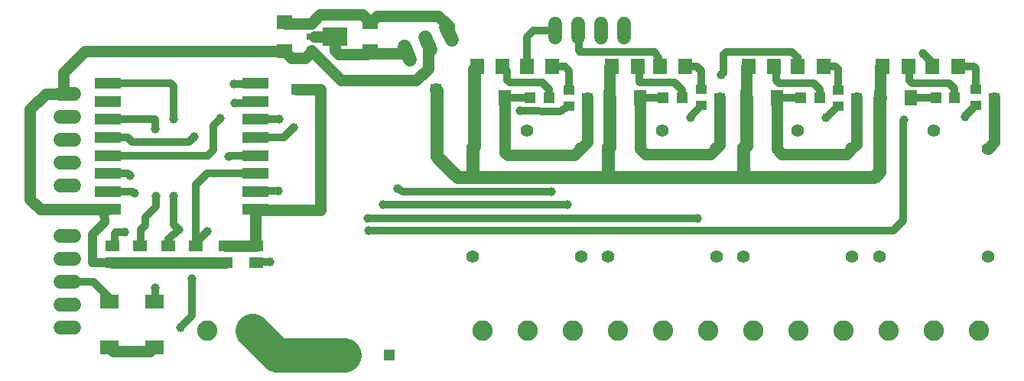
<source format=gtl>
G75*
%MOIN*%
%OFA0B0*%
%FSLAX25Y25*%
%IPPOS*%
%LPD*%
%AMOC8*
5,1,8,0,0,1.08239X$1,22.5*
%
%ADD10R,0.07874X0.06299*%
%ADD11R,0.05906X0.05118*%
%ADD12R,0.05512X0.07087*%
%ADD13R,0.04724X0.04724*%
%ADD14R,0.06299X0.07098*%
%ADD15C,0.08858*%
%ADD16R,0.11811X0.04724*%
%ADD17C,0.05543*%
%ADD18R,0.05150X0.05150*%
%ADD19R,0.04500X0.04000*%
%ADD20C,0.06000*%
%ADD21R,0.04331X0.02756*%
%ADD22R,0.07087X0.02756*%
%ADD23R,0.11024X0.07874*%
%ADD24R,0.07087X0.06299*%
%ADD25C,0.03962*%
%ADD26C,0.03200*%
%ADD27C,0.05000*%
%ADD28C,0.01600*%
%ADD29C,0.04000*%
%ADD30C,0.15000*%
%ADD31C,0.05600*%
D10*
X0051091Y0018846D03*
X0070559Y0018846D03*
X0070559Y0038531D03*
X0051091Y0038531D03*
D11*
X0052311Y0055618D03*
X0064417Y0055579D03*
X0076622Y0055520D03*
X0088669Y0055539D03*
X0101799Y0055559D03*
X0115185Y0055579D03*
X0115185Y0063059D03*
X0101799Y0063039D03*
X0088669Y0063020D03*
X0076622Y0063000D03*
X0064417Y0063059D03*
X0052311Y0063098D03*
D12*
X0210126Y0127528D03*
X0223512Y0127528D03*
X0268945Y0127646D03*
X0282331Y0127646D03*
X0328551Y0127606D03*
X0341937Y0127606D03*
X0386996Y0127783D03*
X0400382Y0127783D03*
D13*
X0411248Y0127803D03*
X0419516Y0127803D03*
X0360717Y0127606D03*
X0352449Y0127606D03*
X0300717Y0127646D03*
X0292449Y0127646D03*
X0242646Y0127528D03*
X0234378Y0127528D03*
D14*
X0232913Y0141386D03*
X0222417Y0141386D03*
X0211220Y0141386D03*
X0244110Y0141386D03*
X0270039Y0141386D03*
X0281236Y0141386D03*
X0290984Y0141386D03*
X0302181Y0141386D03*
X0329646Y0141425D03*
X0340843Y0141425D03*
X0351024Y0141425D03*
X0362220Y0141425D03*
X0388091Y0141366D03*
X0399287Y0141366D03*
X0409764Y0141386D03*
X0420961Y0141386D03*
D15*
X0430185Y0026169D03*
X0410500Y0026169D03*
X0390815Y0026169D03*
X0371031Y0026150D03*
X0351346Y0026150D03*
X0331661Y0026150D03*
X0312173Y0026150D03*
X0292488Y0026150D03*
X0272803Y0026150D03*
X0253197Y0026150D03*
X0233512Y0026150D03*
X0213827Y0026150D03*
X0113453Y0026012D03*
X0093768Y0026012D03*
D16*
X0114870Y0078866D03*
X0114870Y0086740D03*
X0114870Y0094614D03*
X0114870Y0102488D03*
X0114870Y0110362D03*
X0114870Y0118236D03*
X0114870Y0126110D03*
X0114870Y0133984D03*
X0050303Y0133984D03*
X0050303Y0126110D03*
X0050303Y0118236D03*
X0050303Y0110362D03*
X0050303Y0102488D03*
X0050303Y0094614D03*
X0050303Y0086740D03*
X0050303Y0078866D03*
D17*
X0209496Y0058354D03*
X0256740Y0058354D03*
X0268472Y0058276D03*
X0315717Y0058276D03*
X0327528Y0058315D03*
X0374772Y0058315D03*
X0386642Y0058256D03*
X0433886Y0058256D03*
X0433886Y0105500D03*
X0410264Y0113374D03*
X0386642Y0105500D03*
X0374772Y0105559D03*
X0351150Y0113433D03*
X0327528Y0105559D03*
X0315717Y0105520D03*
X0292094Y0113394D03*
X0268472Y0105520D03*
X0256740Y0105598D03*
X0233118Y0113472D03*
X0209496Y0105598D03*
D18*
X0193492Y0131228D03*
X0132862Y0131228D03*
X0153335Y0015480D03*
X0173020Y0015480D03*
D19*
X0251520Y0124028D03*
X0259520Y0127528D03*
X0251520Y0131028D03*
X0309197Y0131185D03*
X0317197Y0127685D03*
X0309197Y0124185D03*
X0368567Y0124106D03*
X0376567Y0127606D03*
X0368567Y0131106D03*
X0428685Y0131264D03*
X0436685Y0127764D03*
X0428685Y0124264D03*
D20*
X0275402Y0153937D02*
X0275402Y0159937D01*
X0265402Y0159937D02*
X0265402Y0153937D01*
X0255402Y0153937D02*
X0255402Y0159937D01*
X0245402Y0159937D02*
X0245402Y0153937D01*
X0200260Y0152893D02*
X0197724Y0158331D01*
X0188661Y0154105D02*
X0191197Y0148667D01*
X0182134Y0144441D02*
X0179598Y0149879D01*
X0035843Y0129339D02*
X0029843Y0129339D01*
X0029843Y0119339D02*
X0035843Y0119339D01*
X0035843Y0109339D02*
X0029843Y0109339D01*
X0029843Y0099339D02*
X0035843Y0099339D01*
X0035843Y0089339D02*
X0029843Y0089339D01*
X0029606Y0067370D02*
X0035606Y0067370D01*
X0035606Y0057370D02*
X0029606Y0057370D01*
X0029606Y0047370D02*
X0035606Y0047370D01*
X0035606Y0037370D02*
X0029606Y0037370D01*
X0029606Y0027370D02*
X0035606Y0027370D01*
D21*
X0138925Y0148315D03*
X0138925Y0160126D03*
D22*
X0140303Y0154220D03*
D23*
X0149358Y0154220D03*
D24*
X0164693Y0148049D03*
X0164693Y0160549D03*
X0127370Y0160549D03*
X0127370Y0148049D03*
D25*
X0105402Y0133630D03*
X0105598Y0125402D03*
X0099535Y0118551D03*
X0088000Y0110559D03*
X0071031Y0114142D03*
X0079063Y0118315D03*
X0103197Y0101898D03*
X0131504Y0114811D03*
X0124890Y0118197D03*
X0060126Y0093630D03*
X0061898Y0085992D03*
X0071425Y0084811D03*
X0079063Y0084732D03*
X0081425Y0070047D03*
X0093748Y0069299D03*
X0120913Y0055874D03*
X0087055Y0048591D03*
X0070874Y0044732D03*
X0081898Y0027409D03*
X0060835Y0017094D03*
X0057606Y0068945D03*
X0124693Y0087055D03*
X0163866Y0075165D03*
X0164063Y0069693D03*
X0170283Y0081110D03*
X0176858Y0088157D03*
X0243709Y0086819D03*
X0250835Y0080874D03*
X0307449Y0075126D03*
X0397488Y0117961D03*
X0423984Y0119457D03*
X0363512Y0119024D03*
X0317803Y0137803D03*
X0304299Y0119142D03*
X0230047Y0121937D03*
X0405638Y0147173D03*
D26*
X0409764Y0143047D01*
X0409764Y0141386D01*
X0399614Y0141039D02*
X0399614Y0135480D01*
X0400992Y0134102D01*
X0416937Y0134102D01*
X0419516Y0131524D01*
X0419516Y0127803D01*
X0411248Y0127803D02*
X0400402Y0127803D01*
X0400382Y0127783D01*
X0423984Y0119563D02*
X0423984Y0119457D01*
X0423984Y0119563D02*
X0428685Y0124264D01*
X0428685Y0131264D02*
X0428709Y0131287D01*
X0428709Y0140362D01*
X0427685Y0141386D01*
X0420961Y0141386D01*
X0399614Y0141039D02*
X0399287Y0141366D01*
X0368591Y0140205D02*
X0368591Y0131130D01*
X0368567Y0131106D01*
X0360717Y0131346D02*
X0360717Y0127606D01*
X0352449Y0127606D02*
X0341937Y0127606D01*
X0343039Y0134102D02*
X0357961Y0134102D01*
X0360717Y0131346D01*
X0343039Y0134102D02*
X0341661Y0135480D01*
X0341661Y0140606D01*
X0340843Y0141425D01*
X0348512Y0147764D02*
X0351024Y0145252D01*
X0351024Y0141425D01*
X0362220Y0141425D02*
X0367370Y0141425D01*
X0368591Y0140205D01*
X0348512Y0147764D02*
X0320047Y0147764D01*
X0318827Y0146543D01*
X0318827Y0138827D01*
X0317803Y0137803D01*
X0309142Y0139378D02*
X0309142Y0131240D01*
X0309197Y0131185D01*
X0300717Y0130953D02*
X0300717Y0127646D01*
X0300717Y0130953D02*
X0297449Y0134220D01*
X0282331Y0134220D01*
X0282016Y0134535D01*
X0282016Y0140606D01*
X0281236Y0141386D01*
X0290283Y0142087D02*
X0290283Y0144850D01*
X0288591Y0147843D01*
X0256031Y0147843D01*
X0255598Y0148394D01*
X0255598Y0156740D01*
X0255402Y0156937D01*
X0245402Y0156937D02*
X0245323Y0156858D01*
X0235717Y0156858D01*
X0232913Y0154055D01*
X0232913Y0141386D01*
X0224417Y0139386D02*
X0224417Y0135441D01*
X0225559Y0134299D01*
X0239614Y0134299D01*
X0242685Y0131228D01*
X0242646Y0131228D01*
X0242646Y0127528D01*
X0247370Y0121846D02*
X0251520Y0124028D01*
X0247370Y0121846D02*
X0230047Y0121937D01*
X0234378Y0127528D02*
X0223512Y0127528D01*
X0251504Y0131043D02*
X0251520Y0131028D01*
X0251504Y0131043D02*
X0251504Y0139457D01*
X0249575Y0141386D01*
X0244110Y0141386D01*
X0224417Y0139386D02*
X0222417Y0141386D01*
X0282331Y0127646D02*
X0292449Y0127646D01*
X0304299Y0119287D02*
X0304299Y0119142D01*
X0304299Y0119287D02*
X0309197Y0124185D01*
X0309142Y0139378D02*
X0307134Y0141386D01*
X0302181Y0141386D01*
X0290984Y0141386D02*
X0290283Y0142087D01*
X0363512Y0119051D02*
X0363512Y0119024D01*
X0363512Y0119051D02*
X0368567Y0124106D01*
X0397134Y0117606D02*
X0397488Y0117961D01*
X0397134Y0117606D02*
X0397134Y0074063D01*
X0392724Y0069654D01*
X0164063Y0069693D01*
X0163866Y0075165D02*
X0305835Y0075126D01*
X0307449Y0075126D01*
X0250835Y0080874D02*
X0170283Y0081110D01*
X0176858Y0088157D02*
X0179102Y0086780D01*
X0243709Y0086819D01*
X0131504Y0114811D02*
X0128669Y0111976D01*
X0128669Y0111858D01*
X0127173Y0110362D01*
X0114870Y0110362D01*
X0114870Y0118236D02*
X0124850Y0118236D01*
X0124890Y0118197D01*
X0114870Y0126110D02*
X0114555Y0125795D01*
X0112252Y0125795D01*
X0111858Y0125402D01*
X0105598Y0125402D01*
X0099535Y0118551D02*
X0096465Y0115480D01*
X0096465Y0105047D01*
X0093906Y0102488D01*
X0050303Y0102488D01*
X0050303Y0094614D02*
X0059142Y0094614D01*
X0060126Y0093630D01*
X0061150Y0086740D02*
X0050303Y0086740D01*
X0061150Y0086740D02*
X0061898Y0085992D01*
X0071425Y0084811D02*
X0071425Y0080205D01*
X0066622Y0075402D01*
X0066622Y0071976D01*
X0064654Y0070008D01*
X0064654Y0063295D01*
X0064417Y0063059D01*
X0053315Y0064102D02*
X0053315Y0068433D01*
X0053827Y0068945D01*
X0057606Y0068945D01*
X0076819Y0065874D02*
X0081425Y0070047D01*
X0079063Y0072409D01*
X0079063Y0084732D01*
X0088827Y0089732D02*
X0093709Y0094614D01*
X0114870Y0094614D01*
X0115185Y0087055D02*
X0124693Y0087055D01*
X0115185Y0087055D02*
X0114870Y0086740D01*
X0088827Y0089732D02*
X0088827Y0063177D01*
X0088669Y0064220D02*
X0093748Y0069299D01*
X0114634Y0055579D02*
X0115185Y0055579D01*
X0114634Y0055579D02*
X0120913Y0055874D01*
X0087055Y0048591D02*
X0087055Y0032567D01*
X0081898Y0027409D01*
X0070559Y0038531D02*
X0071169Y0039220D01*
X0070874Y0044732D01*
X0052213Y0039063D02*
X0043906Y0047370D01*
X0032606Y0047370D01*
X0051622Y0039063D02*
X0052213Y0039063D01*
X0103197Y0101898D02*
X0103236Y0102488D01*
X0114870Y0102488D01*
X0088000Y0110559D02*
X0085638Y0108197D01*
X0061071Y0108197D01*
X0058906Y0110362D01*
X0050303Y0110362D01*
X0050303Y0118236D02*
X0070677Y0118236D01*
X0070953Y0117961D01*
X0070953Y0114220D01*
X0071031Y0114142D01*
X0078945Y0118433D02*
X0079063Y0118315D01*
X0078945Y0118433D02*
X0078945Y0132803D01*
X0077764Y0133984D01*
X0050303Y0133984D01*
X0105402Y0133630D02*
X0114516Y0133630D01*
X0114870Y0133984D01*
D27*
X0132862Y0131386D02*
X0132862Y0131228D01*
X0132862Y0131386D02*
X0143000Y0131386D01*
X0143177Y0078768D01*
X0126386Y0078827D01*
X0114909Y0078827D01*
X0114870Y0078866D01*
X0114870Y0063374D01*
X0115185Y0063059D01*
X0101819Y0063059D01*
X0101799Y0063039D01*
X0101799Y0055559D02*
X0088689Y0055559D01*
X0088669Y0055539D01*
X0088650Y0055520D01*
X0076622Y0055520D01*
X0064476Y0055520D01*
X0064417Y0055579D01*
X0052350Y0055579D01*
X0052311Y0055618D01*
X0050303Y0078866D02*
X0020874Y0078866D01*
X0016504Y0083236D01*
X0016504Y0122567D01*
X0023433Y0129496D01*
X0023591Y0129339D01*
X0032843Y0129339D01*
X0031031Y0131150D01*
X0031031Y0138630D01*
X0040451Y0148049D01*
X0127370Y0148049D01*
X0130451Y0144969D01*
X0136307Y0144969D01*
X0138925Y0147587D01*
X0138925Y0148315D01*
X0151996Y0135244D01*
X0184811Y0135244D01*
X0189929Y0140362D01*
X0189929Y0151386D01*
X0198992Y0155612D02*
X0198992Y0158858D01*
X0194378Y0163472D01*
X0167616Y0163472D01*
X0164693Y0160549D01*
X0161258Y0163984D01*
X0142783Y0163984D01*
X0138925Y0160126D01*
X0127793Y0160126D01*
X0127370Y0160549D01*
X0140303Y0154220D02*
X0149358Y0154220D01*
X0149358Y0148374D01*
X0151071Y0146661D01*
X0163305Y0146661D01*
X0164693Y0148049D01*
X0165582Y0147160D01*
X0180866Y0147160D01*
X0223512Y0127528D02*
X0223512Y0103827D01*
X0224772Y0102567D01*
X0253709Y0102567D01*
X0256740Y0105598D01*
X0259520Y0108378D01*
X0259520Y0127528D01*
X0268945Y0127646D02*
X0268945Y0141386D01*
X0270039Y0141386D01*
X0282331Y0127646D02*
X0282331Y0105402D01*
X0284850Y0102882D01*
X0313079Y0102882D01*
X0315717Y0105520D01*
X0317197Y0107000D01*
X0317197Y0127685D01*
X0328551Y0127606D02*
X0328551Y0141425D01*
X0329646Y0141425D01*
X0341937Y0127606D02*
X0341937Y0105244D01*
X0344024Y0103157D01*
X0372370Y0103157D01*
X0374772Y0105559D01*
X0376567Y0107354D01*
X0376567Y0127606D01*
X0386996Y0127783D02*
X0386996Y0141366D01*
X0388091Y0141366D01*
X0436685Y0127764D02*
X0436685Y0108299D01*
X0433886Y0105500D01*
X0070559Y0018846D02*
X0068807Y0017094D01*
X0060835Y0017094D01*
X0052843Y0017094D01*
X0051091Y0018846D01*
D28*
X0049654Y0078217D02*
X0050303Y0078866D01*
D29*
X0048866Y0077429D01*
X0048945Y0073276D01*
X0043669Y0068000D01*
X0043669Y0055756D01*
X0043807Y0055618D01*
X0052311Y0055618D01*
D30*
X0113453Y0026012D02*
X0123984Y0015480D01*
X0153335Y0015480D01*
D31*
X0202803Y0093079D02*
X0201898Y0093984D01*
X0201819Y0093984D01*
X0193669Y0102134D01*
X0193669Y0131051D01*
X0193492Y0131228D01*
X0210126Y0127528D02*
X0210126Y0140291D01*
X0211220Y0141386D01*
X0210126Y0127528D02*
X0210126Y0106228D01*
X0209496Y0105598D01*
X0209496Y0093709D01*
X0210126Y0093079D01*
X0202803Y0093079D01*
X0210126Y0093079D02*
X0268000Y0093079D01*
X0268472Y0093551D01*
X0268472Y0105520D01*
X0268945Y0105992D01*
X0268945Y0127646D01*
X0328551Y0127606D02*
X0328551Y0106583D01*
X0327528Y0105559D01*
X0327528Y0094102D01*
X0328551Y0093079D01*
X0268000Y0093079D01*
X0328551Y0093079D02*
X0384535Y0093079D01*
X0386642Y0095185D01*
X0386642Y0105500D01*
X0386642Y0127429D01*
X0386996Y0127783D01*
M02*

</source>
